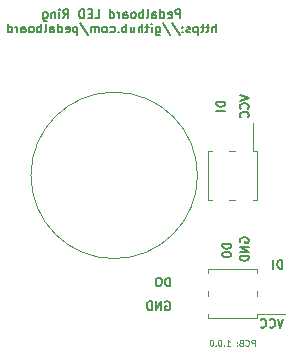
<source format=gbo>
G04 #@! TF.GenerationSoftware,KiCad,Pcbnew,7.0.5.1-1-g8f565ef7f0-dirty-deb11*
G04 #@! TF.CreationDate,2023-06-03T11:32:41+00:00*
G04 #@! TF.ProjectId,pedalboard-led-ring,70656461-6c62-46f6-9172-642d6c65642d,1.0.0*
G04 #@! TF.SameCoordinates,Original*
G04 #@! TF.FileFunction,Legend,Bot*
G04 #@! TF.FilePolarity,Positive*
%FSLAX46Y46*%
G04 Gerber Fmt 4.6, Leading zero omitted, Abs format (unit mm)*
G04 Created by KiCad (PCBNEW 7.0.5.1-1-g8f565ef7f0-dirty-deb11) date 2023-06-03 11:32:41*
%MOMM*%
%LPD*%
G01*
G04 APERTURE LIST*
%ADD10C,0.100000*%
%ADD11C,0.150000*%
%ADD12C,0.125000*%
%ADD13C,0.120000*%
G04 APERTURE END LIST*
D10*
X7050000Y0D02*
G75*
G03*
X7050000Y0I-7050000J0D01*
G01*
D11*
X9400414Y6222745D02*
X8650414Y6222745D01*
X8650414Y6222745D02*
X8650414Y6044174D01*
X8650414Y6044174D02*
X8686128Y5937031D01*
X8686128Y5937031D02*
X8757557Y5865602D01*
X8757557Y5865602D02*
X8828985Y5829888D01*
X8828985Y5829888D02*
X8971842Y5794174D01*
X8971842Y5794174D02*
X9078985Y5794174D01*
X9078985Y5794174D02*
X9221842Y5829888D01*
X9221842Y5829888D02*
X9293271Y5865602D01*
X9293271Y5865602D02*
X9364700Y5937031D01*
X9364700Y5937031D02*
X9400414Y6044174D01*
X9400414Y6044174D02*
X9400414Y6222745D01*
X9400414Y5472745D02*
X8650414Y5472745D01*
X9900414Y-5777255D02*
X9150414Y-5777255D01*
X9150414Y-5777255D02*
X9150414Y-5955826D01*
X9150414Y-5955826D02*
X9186128Y-6062969D01*
X9186128Y-6062969D02*
X9257557Y-6134398D01*
X9257557Y-6134398D02*
X9328985Y-6170112D01*
X9328985Y-6170112D02*
X9471842Y-6205826D01*
X9471842Y-6205826D02*
X9578985Y-6205826D01*
X9578985Y-6205826D02*
X9721842Y-6170112D01*
X9721842Y-6170112D02*
X9793271Y-6134398D01*
X9793271Y-6134398D02*
X9864700Y-6062969D01*
X9864700Y-6062969D02*
X9900414Y-5955826D01*
X9900414Y-5955826D02*
X9900414Y-5777255D01*
X9150414Y-6670112D02*
X9150414Y-6741541D01*
X9150414Y-6741541D02*
X9186128Y-6812969D01*
X9186128Y-6812969D02*
X9221842Y-6848684D01*
X9221842Y-6848684D02*
X9293271Y-6884398D01*
X9293271Y-6884398D02*
X9436128Y-6920112D01*
X9436128Y-6920112D02*
X9614700Y-6920112D01*
X9614700Y-6920112D02*
X9757557Y-6884398D01*
X9757557Y-6884398D02*
X9828985Y-6848684D01*
X9828985Y-6848684D02*
X9864700Y-6812969D01*
X9864700Y-6812969D02*
X9900414Y-6741541D01*
X9900414Y-6741541D02*
X9900414Y-6670112D01*
X9900414Y-6670112D02*
X9864700Y-6598684D01*
X9864700Y-6598684D02*
X9828985Y-6562969D01*
X9828985Y-6562969D02*
X9757557Y-6527255D01*
X9757557Y-6527255D02*
X9614700Y-6491541D01*
X9614700Y-6491541D02*
X9436128Y-6491541D01*
X9436128Y-6491541D02*
X9293271Y-6527255D01*
X9293271Y-6527255D02*
X9221842Y-6562969D01*
X9221842Y-6562969D02*
X9186128Y-6598684D01*
X9186128Y-6598684D02*
X9150414Y-6670112D01*
X14329887Y-12150414D02*
X14079887Y-12900414D01*
X14079887Y-12900414D02*
X13829887Y-12150414D01*
X13151316Y-12828985D02*
X13187030Y-12864700D01*
X13187030Y-12864700D02*
X13294173Y-12900414D01*
X13294173Y-12900414D02*
X13365601Y-12900414D01*
X13365601Y-12900414D02*
X13472744Y-12864700D01*
X13472744Y-12864700D02*
X13544173Y-12793271D01*
X13544173Y-12793271D02*
X13579887Y-12721842D01*
X13579887Y-12721842D02*
X13615601Y-12578985D01*
X13615601Y-12578985D02*
X13615601Y-12471842D01*
X13615601Y-12471842D02*
X13579887Y-12328985D01*
X13579887Y-12328985D02*
X13544173Y-12257557D01*
X13544173Y-12257557D02*
X13472744Y-12186128D01*
X13472744Y-12186128D02*
X13365601Y-12150414D01*
X13365601Y-12150414D02*
X13294173Y-12150414D01*
X13294173Y-12150414D02*
X13187030Y-12186128D01*
X13187030Y-12186128D02*
X13151316Y-12221842D01*
X12401316Y-12828985D02*
X12437030Y-12864700D01*
X12437030Y-12864700D02*
X12544173Y-12900414D01*
X12544173Y-12900414D02*
X12615601Y-12900414D01*
X12615601Y-12900414D02*
X12722744Y-12864700D01*
X12722744Y-12864700D02*
X12794173Y-12793271D01*
X12794173Y-12793271D02*
X12829887Y-12721842D01*
X12829887Y-12721842D02*
X12865601Y-12578985D01*
X12865601Y-12578985D02*
X12865601Y-12471842D01*
X12865601Y-12471842D02*
X12829887Y-12328985D01*
X12829887Y-12328985D02*
X12794173Y-12257557D01*
X12794173Y-12257557D02*
X12722744Y-12186128D01*
X12722744Y-12186128D02*
X12615601Y-12150414D01*
X12615601Y-12150414D02*
X12544173Y-12150414D01*
X12544173Y-12150414D02*
X12437030Y-12186128D01*
X12437030Y-12186128D02*
X12401316Y-12221842D01*
X10686128Y-5670112D02*
X10650414Y-5598684D01*
X10650414Y-5598684D02*
X10650414Y-5491541D01*
X10650414Y-5491541D02*
X10686128Y-5384398D01*
X10686128Y-5384398D02*
X10757557Y-5312969D01*
X10757557Y-5312969D02*
X10828985Y-5277255D01*
X10828985Y-5277255D02*
X10971842Y-5241541D01*
X10971842Y-5241541D02*
X11078985Y-5241541D01*
X11078985Y-5241541D02*
X11221842Y-5277255D01*
X11221842Y-5277255D02*
X11293271Y-5312969D01*
X11293271Y-5312969D02*
X11364700Y-5384398D01*
X11364700Y-5384398D02*
X11400414Y-5491541D01*
X11400414Y-5491541D02*
X11400414Y-5562969D01*
X11400414Y-5562969D02*
X11364700Y-5670112D01*
X11364700Y-5670112D02*
X11328985Y-5705826D01*
X11328985Y-5705826D02*
X11078985Y-5705826D01*
X11078985Y-5705826D02*
X11078985Y-5562969D01*
X11400414Y-6027255D02*
X10650414Y-6027255D01*
X10650414Y-6027255D02*
X11400414Y-6455826D01*
X11400414Y-6455826D02*
X10650414Y-6455826D01*
X11400414Y-6812969D02*
X10650414Y-6812969D01*
X10650414Y-6812969D02*
X10650414Y-6991540D01*
X10650414Y-6991540D02*
X10686128Y-7098683D01*
X10686128Y-7098683D02*
X10757557Y-7170112D01*
X10757557Y-7170112D02*
X10828985Y-7205826D01*
X10828985Y-7205826D02*
X10971842Y-7241540D01*
X10971842Y-7241540D02*
X11078985Y-7241540D01*
X11078985Y-7241540D02*
X11221842Y-7205826D01*
X11221842Y-7205826D02*
X11293271Y-7170112D01*
X11293271Y-7170112D02*
X11364700Y-7098683D01*
X11364700Y-7098683D02*
X11400414Y-6991540D01*
X11400414Y-6991540D02*
X11400414Y-6812969D01*
X4329887Y-10686128D02*
X4401316Y-10650414D01*
X4401316Y-10650414D02*
X4508458Y-10650414D01*
X4508458Y-10650414D02*
X4615601Y-10686128D01*
X4615601Y-10686128D02*
X4687030Y-10757557D01*
X4687030Y-10757557D02*
X4722744Y-10828985D01*
X4722744Y-10828985D02*
X4758458Y-10971842D01*
X4758458Y-10971842D02*
X4758458Y-11078985D01*
X4758458Y-11078985D02*
X4722744Y-11221842D01*
X4722744Y-11221842D02*
X4687030Y-11293271D01*
X4687030Y-11293271D02*
X4615601Y-11364700D01*
X4615601Y-11364700D02*
X4508458Y-11400414D01*
X4508458Y-11400414D02*
X4437030Y-11400414D01*
X4437030Y-11400414D02*
X4329887Y-11364700D01*
X4329887Y-11364700D02*
X4294173Y-11328985D01*
X4294173Y-11328985D02*
X4294173Y-11078985D01*
X4294173Y-11078985D02*
X4437030Y-11078985D01*
X3972744Y-11400414D02*
X3972744Y-10650414D01*
X3972744Y-10650414D02*
X3544173Y-11400414D01*
X3544173Y-11400414D02*
X3544173Y-10650414D01*
X3187030Y-11400414D02*
X3187030Y-10650414D01*
X3187030Y-10650414D02*
X3008459Y-10650414D01*
X3008459Y-10650414D02*
X2901316Y-10686128D01*
X2901316Y-10686128D02*
X2829887Y-10757557D01*
X2829887Y-10757557D02*
X2794173Y-10828985D01*
X2794173Y-10828985D02*
X2758459Y-10971842D01*
X2758459Y-10971842D02*
X2758459Y-11078985D01*
X2758459Y-11078985D02*
X2794173Y-11221842D01*
X2794173Y-11221842D02*
X2829887Y-11293271D01*
X2829887Y-11293271D02*
X2901316Y-11364700D01*
X2901316Y-11364700D02*
X3008459Y-11400414D01*
X3008459Y-11400414D02*
X3187030Y-11400414D01*
X14222744Y-7900414D02*
X14222744Y-7150414D01*
X14222744Y-7150414D02*
X14044173Y-7150414D01*
X14044173Y-7150414D02*
X13937030Y-7186128D01*
X13937030Y-7186128D02*
X13865601Y-7257557D01*
X13865601Y-7257557D02*
X13829887Y-7328985D01*
X13829887Y-7328985D02*
X13794173Y-7471842D01*
X13794173Y-7471842D02*
X13794173Y-7578985D01*
X13794173Y-7578985D02*
X13829887Y-7721842D01*
X13829887Y-7721842D02*
X13865601Y-7793271D01*
X13865601Y-7793271D02*
X13937030Y-7864700D01*
X13937030Y-7864700D02*
X14044173Y-7900414D01*
X14044173Y-7900414D02*
X14222744Y-7900414D01*
X13472744Y-7900414D02*
X13472744Y-7150414D01*
X10650414Y6829888D02*
X11400414Y6579888D01*
X11400414Y6579888D02*
X10650414Y6329888D01*
X11328985Y5651317D02*
X11364700Y5687031D01*
X11364700Y5687031D02*
X11400414Y5794174D01*
X11400414Y5794174D02*
X11400414Y5865602D01*
X11400414Y5865602D02*
X11364700Y5972745D01*
X11364700Y5972745D02*
X11293271Y6044174D01*
X11293271Y6044174D02*
X11221842Y6079888D01*
X11221842Y6079888D02*
X11078985Y6115602D01*
X11078985Y6115602D02*
X10971842Y6115602D01*
X10971842Y6115602D02*
X10828985Y6079888D01*
X10828985Y6079888D02*
X10757557Y6044174D01*
X10757557Y6044174D02*
X10686128Y5972745D01*
X10686128Y5972745D02*
X10650414Y5865602D01*
X10650414Y5865602D02*
X10650414Y5794174D01*
X10650414Y5794174D02*
X10686128Y5687031D01*
X10686128Y5687031D02*
X10721842Y5651317D01*
X11328985Y4901317D02*
X11364700Y4937031D01*
X11364700Y4937031D02*
X11400414Y5044174D01*
X11400414Y5044174D02*
X11400414Y5115602D01*
X11400414Y5115602D02*
X11364700Y5222745D01*
X11364700Y5222745D02*
X11293271Y5294174D01*
X11293271Y5294174D02*
X11221842Y5329888D01*
X11221842Y5329888D02*
X11078985Y5365602D01*
X11078985Y5365602D02*
X10971842Y5365602D01*
X10971842Y5365602D02*
X10828985Y5329888D01*
X10828985Y5329888D02*
X10757557Y5294174D01*
X10757557Y5294174D02*
X10686128Y5222745D01*
X10686128Y5222745D02*
X10650414Y5115602D01*
X10650414Y5115602D02*
X10650414Y5044174D01*
X10650414Y5044174D02*
X10686128Y4937031D01*
X10686128Y4937031D02*
X10721842Y4901317D01*
D12*
X11892855Y-14432309D02*
X11892855Y-13932309D01*
X11892855Y-13932309D02*
X11702379Y-13932309D01*
X11702379Y-13932309D02*
X11654760Y-13956119D01*
X11654760Y-13956119D02*
X11630950Y-13979928D01*
X11630950Y-13979928D02*
X11607141Y-14027547D01*
X11607141Y-14027547D02*
X11607141Y-14098976D01*
X11607141Y-14098976D02*
X11630950Y-14146595D01*
X11630950Y-14146595D02*
X11654760Y-14170404D01*
X11654760Y-14170404D02*
X11702379Y-14194214D01*
X11702379Y-14194214D02*
X11892855Y-14194214D01*
X11107141Y-14384690D02*
X11130950Y-14408500D01*
X11130950Y-14408500D02*
X11202379Y-14432309D01*
X11202379Y-14432309D02*
X11249998Y-14432309D01*
X11249998Y-14432309D02*
X11321426Y-14408500D01*
X11321426Y-14408500D02*
X11369045Y-14360880D01*
X11369045Y-14360880D02*
X11392855Y-14313261D01*
X11392855Y-14313261D02*
X11416664Y-14218023D01*
X11416664Y-14218023D02*
X11416664Y-14146595D01*
X11416664Y-14146595D02*
X11392855Y-14051357D01*
X11392855Y-14051357D02*
X11369045Y-14003738D01*
X11369045Y-14003738D02*
X11321426Y-13956119D01*
X11321426Y-13956119D02*
X11249998Y-13932309D01*
X11249998Y-13932309D02*
X11202379Y-13932309D01*
X11202379Y-13932309D02*
X11130950Y-13956119D01*
X11130950Y-13956119D02*
X11107141Y-13979928D01*
X10726188Y-14170404D02*
X10654760Y-14194214D01*
X10654760Y-14194214D02*
X10630950Y-14218023D01*
X10630950Y-14218023D02*
X10607141Y-14265642D01*
X10607141Y-14265642D02*
X10607141Y-14337071D01*
X10607141Y-14337071D02*
X10630950Y-14384690D01*
X10630950Y-14384690D02*
X10654760Y-14408500D01*
X10654760Y-14408500D02*
X10702379Y-14432309D01*
X10702379Y-14432309D02*
X10892855Y-14432309D01*
X10892855Y-14432309D02*
X10892855Y-13932309D01*
X10892855Y-13932309D02*
X10726188Y-13932309D01*
X10726188Y-13932309D02*
X10678569Y-13956119D01*
X10678569Y-13956119D02*
X10654760Y-13979928D01*
X10654760Y-13979928D02*
X10630950Y-14027547D01*
X10630950Y-14027547D02*
X10630950Y-14075166D01*
X10630950Y-14075166D02*
X10654760Y-14122785D01*
X10654760Y-14122785D02*
X10678569Y-14146595D01*
X10678569Y-14146595D02*
X10726188Y-14170404D01*
X10726188Y-14170404D02*
X10892855Y-14170404D01*
X10392855Y-14384690D02*
X10369045Y-14408500D01*
X10369045Y-14408500D02*
X10392855Y-14432309D01*
X10392855Y-14432309D02*
X10416664Y-14408500D01*
X10416664Y-14408500D02*
X10392855Y-14384690D01*
X10392855Y-14384690D02*
X10392855Y-14432309D01*
X10392855Y-14122785D02*
X10369045Y-14146595D01*
X10369045Y-14146595D02*
X10392855Y-14170404D01*
X10392855Y-14170404D02*
X10416664Y-14146595D01*
X10416664Y-14146595D02*
X10392855Y-14122785D01*
X10392855Y-14122785D02*
X10392855Y-14170404D01*
X9511903Y-14432309D02*
X9797617Y-14432309D01*
X9654760Y-14432309D02*
X9654760Y-13932309D01*
X9654760Y-13932309D02*
X9702379Y-14003738D01*
X9702379Y-14003738D02*
X9749998Y-14051357D01*
X9749998Y-14051357D02*
X9797617Y-14075166D01*
X9297618Y-14384690D02*
X9273808Y-14408500D01*
X9273808Y-14408500D02*
X9297618Y-14432309D01*
X9297618Y-14432309D02*
X9321427Y-14408500D01*
X9321427Y-14408500D02*
X9297618Y-14384690D01*
X9297618Y-14384690D02*
X9297618Y-14432309D01*
X8964285Y-13932309D02*
X8916666Y-13932309D01*
X8916666Y-13932309D02*
X8869047Y-13956119D01*
X8869047Y-13956119D02*
X8845237Y-13979928D01*
X8845237Y-13979928D02*
X8821428Y-14027547D01*
X8821428Y-14027547D02*
X8797618Y-14122785D01*
X8797618Y-14122785D02*
X8797618Y-14241833D01*
X8797618Y-14241833D02*
X8821428Y-14337071D01*
X8821428Y-14337071D02*
X8845237Y-14384690D01*
X8845237Y-14384690D02*
X8869047Y-14408500D01*
X8869047Y-14408500D02*
X8916666Y-14432309D01*
X8916666Y-14432309D02*
X8964285Y-14432309D01*
X8964285Y-14432309D02*
X9011904Y-14408500D01*
X9011904Y-14408500D02*
X9035713Y-14384690D01*
X9035713Y-14384690D02*
X9059523Y-14337071D01*
X9059523Y-14337071D02*
X9083332Y-14241833D01*
X9083332Y-14241833D02*
X9083332Y-14122785D01*
X9083332Y-14122785D02*
X9059523Y-14027547D01*
X9059523Y-14027547D02*
X9035713Y-13979928D01*
X9035713Y-13979928D02*
X9011904Y-13956119D01*
X9011904Y-13956119D02*
X8964285Y-13932309D01*
X8583333Y-14384690D02*
X8559523Y-14408500D01*
X8559523Y-14408500D02*
X8583333Y-14432309D01*
X8583333Y-14432309D02*
X8607142Y-14408500D01*
X8607142Y-14408500D02*
X8583333Y-14384690D01*
X8583333Y-14384690D02*
X8583333Y-14432309D01*
X8250000Y-13932309D02*
X8202381Y-13932309D01*
X8202381Y-13932309D02*
X8154762Y-13956119D01*
X8154762Y-13956119D02*
X8130952Y-13979928D01*
X8130952Y-13979928D02*
X8107143Y-14027547D01*
X8107143Y-14027547D02*
X8083333Y-14122785D01*
X8083333Y-14122785D02*
X8083333Y-14241833D01*
X8083333Y-14241833D02*
X8107143Y-14337071D01*
X8107143Y-14337071D02*
X8130952Y-14384690D01*
X8130952Y-14384690D02*
X8154762Y-14408500D01*
X8154762Y-14408500D02*
X8202381Y-14432309D01*
X8202381Y-14432309D02*
X8250000Y-14432309D01*
X8250000Y-14432309D02*
X8297619Y-14408500D01*
X8297619Y-14408500D02*
X8321428Y-14384690D01*
X8321428Y-14384690D02*
X8345238Y-14337071D01*
X8345238Y-14337071D02*
X8369047Y-14241833D01*
X8369047Y-14241833D02*
X8369047Y-14122785D01*
X8369047Y-14122785D02*
X8345238Y-14027547D01*
X8345238Y-14027547D02*
X8321428Y-13979928D01*
X8321428Y-13979928D02*
X8297619Y-13956119D01*
X8297619Y-13956119D02*
X8250000Y-13932309D01*
D11*
X4722744Y-9400414D02*
X4722744Y-8650414D01*
X4722744Y-8650414D02*
X4544173Y-8650414D01*
X4544173Y-8650414D02*
X4437030Y-8686128D01*
X4437030Y-8686128D02*
X4365601Y-8757557D01*
X4365601Y-8757557D02*
X4329887Y-8828985D01*
X4329887Y-8828985D02*
X4294173Y-8971842D01*
X4294173Y-8971842D02*
X4294173Y-9078985D01*
X4294173Y-9078985D02*
X4329887Y-9221842D01*
X4329887Y-9221842D02*
X4365601Y-9293271D01*
X4365601Y-9293271D02*
X4437030Y-9364700D01*
X4437030Y-9364700D02*
X4544173Y-9400414D01*
X4544173Y-9400414D02*
X4722744Y-9400414D01*
X3829887Y-8650414D02*
X3687030Y-8650414D01*
X3687030Y-8650414D02*
X3615601Y-8686128D01*
X3615601Y-8686128D02*
X3544173Y-8757557D01*
X3544173Y-8757557D02*
X3508458Y-8900414D01*
X3508458Y-8900414D02*
X3508458Y-9150414D01*
X3508458Y-9150414D02*
X3544173Y-9293271D01*
X3544173Y-9293271D02*
X3615601Y-9364700D01*
X3615601Y-9364700D02*
X3687030Y-9400414D01*
X3687030Y-9400414D02*
X3829887Y-9400414D01*
X3829887Y-9400414D02*
X3901316Y-9364700D01*
X3901316Y-9364700D02*
X3972744Y-9293271D01*
X3972744Y-9293271D02*
X4008458Y-9150414D01*
X4008458Y-9150414D02*
X4008458Y-8900414D01*
X4008458Y-8900414D02*
X3972744Y-8757557D01*
X3972744Y-8757557D02*
X3901316Y-8686128D01*
X3901316Y-8686128D02*
X3829887Y-8650414D01*
X5603569Y13307086D02*
X5603569Y14057086D01*
X5603569Y14057086D02*
X5317855Y14057086D01*
X5317855Y14057086D02*
X5246426Y14021372D01*
X5246426Y14021372D02*
X5210712Y13985658D01*
X5210712Y13985658D02*
X5174998Y13914229D01*
X5174998Y13914229D02*
X5174998Y13807086D01*
X5174998Y13807086D02*
X5210712Y13735658D01*
X5210712Y13735658D02*
X5246426Y13699943D01*
X5246426Y13699943D02*
X5317855Y13664229D01*
X5317855Y13664229D02*
X5603569Y13664229D01*
X4567855Y13342800D02*
X4639283Y13307086D01*
X4639283Y13307086D02*
X4782141Y13307086D01*
X4782141Y13307086D02*
X4853569Y13342800D01*
X4853569Y13342800D02*
X4889283Y13414229D01*
X4889283Y13414229D02*
X4889283Y13699943D01*
X4889283Y13699943D02*
X4853569Y13771372D01*
X4853569Y13771372D02*
X4782141Y13807086D01*
X4782141Y13807086D02*
X4639283Y13807086D01*
X4639283Y13807086D02*
X4567855Y13771372D01*
X4567855Y13771372D02*
X4532141Y13699943D01*
X4532141Y13699943D02*
X4532141Y13628515D01*
X4532141Y13628515D02*
X4889283Y13557086D01*
X3889284Y13307086D02*
X3889284Y14057086D01*
X3889284Y13342800D02*
X3960712Y13307086D01*
X3960712Y13307086D02*
X4103569Y13307086D01*
X4103569Y13307086D02*
X4174998Y13342800D01*
X4174998Y13342800D02*
X4210712Y13378515D01*
X4210712Y13378515D02*
X4246426Y13449943D01*
X4246426Y13449943D02*
X4246426Y13664229D01*
X4246426Y13664229D02*
X4210712Y13735658D01*
X4210712Y13735658D02*
X4174998Y13771372D01*
X4174998Y13771372D02*
X4103569Y13807086D01*
X4103569Y13807086D02*
X3960712Y13807086D01*
X3960712Y13807086D02*
X3889284Y13771372D01*
X3210713Y13307086D02*
X3210713Y13699943D01*
X3210713Y13699943D02*
X3246427Y13771372D01*
X3246427Y13771372D02*
X3317855Y13807086D01*
X3317855Y13807086D02*
X3460713Y13807086D01*
X3460713Y13807086D02*
X3532141Y13771372D01*
X3210713Y13342800D02*
X3282141Y13307086D01*
X3282141Y13307086D02*
X3460713Y13307086D01*
X3460713Y13307086D02*
X3532141Y13342800D01*
X3532141Y13342800D02*
X3567855Y13414229D01*
X3567855Y13414229D02*
X3567855Y13485658D01*
X3567855Y13485658D02*
X3532141Y13557086D01*
X3532141Y13557086D02*
X3460713Y13592800D01*
X3460713Y13592800D02*
X3282141Y13592800D01*
X3282141Y13592800D02*
X3210713Y13628515D01*
X2746427Y13307086D02*
X2817856Y13342800D01*
X2817856Y13342800D02*
X2853570Y13414229D01*
X2853570Y13414229D02*
X2853570Y14057086D01*
X2460713Y13307086D02*
X2460713Y14057086D01*
X2460713Y13771372D02*
X2389285Y13807086D01*
X2389285Y13807086D02*
X2246427Y13807086D01*
X2246427Y13807086D02*
X2174999Y13771372D01*
X2174999Y13771372D02*
X2139285Y13735658D01*
X2139285Y13735658D02*
X2103570Y13664229D01*
X2103570Y13664229D02*
X2103570Y13449943D01*
X2103570Y13449943D02*
X2139285Y13378515D01*
X2139285Y13378515D02*
X2174999Y13342800D01*
X2174999Y13342800D02*
X2246427Y13307086D01*
X2246427Y13307086D02*
X2389285Y13307086D01*
X2389285Y13307086D02*
X2460713Y13342800D01*
X1674999Y13307086D02*
X1746428Y13342800D01*
X1746428Y13342800D02*
X1782142Y13378515D01*
X1782142Y13378515D02*
X1817856Y13449943D01*
X1817856Y13449943D02*
X1817856Y13664229D01*
X1817856Y13664229D02*
X1782142Y13735658D01*
X1782142Y13735658D02*
X1746428Y13771372D01*
X1746428Y13771372D02*
X1674999Y13807086D01*
X1674999Y13807086D02*
X1567856Y13807086D01*
X1567856Y13807086D02*
X1496428Y13771372D01*
X1496428Y13771372D02*
X1460714Y13735658D01*
X1460714Y13735658D02*
X1424999Y13664229D01*
X1424999Y13664229D02*
X1424999Y13449943D01*
X1424999Y13449943D02*
X1460714Y13378515D01*
X1460714Y13378515D02*
X1496428Y13342800D01*
X1496428Y13342800D02*
X1567856Y13307086D01*
X1567856Y13307086D02*
X1674999Y13307086D01*
X782143Y13307086D02*
X782143Y13699943D01*
X782143Y13699943D02*
X817857Y13771372D01*
X817857Y13771372D02*
X889285Y13807086D01*
X889285Y13807086D02*
X1032143Y13807086D01*
X1032143Y13807086D02*
X1103571Y13771372D01*
X782143Y13342800D02*
X853571Y13307086D01*
X853571Y13307086D02*
X1032143Y13307086D01*
X1032143Y13307086D02*
X1103571Y13342800D01*
X1103571Y13342800D02*
X1139285Y13414229D01*
X1139285Y13414229D02*
X1139285Y13485658D01*
X1139285Y13485658D02*
X1103571Y13557086D01*
X1103571Y13557086D02*
X1032143Y13592800D01*
X1032143Y13592800D02*
X853571Y13592800D01*
X853571Y13592800D02*
X782143Y13628515D01*
X425000Y13307086D02*
X425000Y13807086D01*
X425000Y13664229D02*
X389286Y13735658D01*
X389286Y13735658D02*
X353572Y13771372D01*
X353572Y13771372D02*
X282143Y13807086D01*
X282143Y13807086D02*
X210714Y13807086D01*
X-360714Y13307086D02*
X-360714Y14057086D01*
X-360714Y13342800D02*
X-289286Y13307086D01*
X-289286Y13307086D02*
X-146429Y13307086D01*
X-146429Y13307086D02*
X-75000Y13342800D01*
X-75000Y13342800D02*
X-39286Y13378515D01*
X-39286Y13378515D02*
X-3572Y13449943D01*
X-3572Y13449943D02*
X-3572Y13664229D01*
X-3572Y13664229D02*
X-39286Y13735658D01*
X-39286Y13735658D02*
X-75000Y13771372D01*
X-75000Y13771372D02*
X-146429Y13807086D01*
X-146429Y13807086D02*
X-289286Y13807086D01*
X-289286Y13807086D02*
X-360714Y13771372D01*
X-1646429Y13307086D02*
X-1289286Y13307086D01*
X-1289286Y13307086D02*
X-1289286Y14057086D01*
X-1896429Y13699943D02*
X-2146429Y13699943D01*
X-2253572Y13307086D02*
X-1896429Y13307086D01*
X-1896429Y13307086D02*
X-1896429Y14057086D01*
X-1896429Y14057086D02*
X-2253572Y14057086D01*
X-2575000Y13307086D02*
X-2575000Y14057086D01*
X-2575000Y14057086D02*
X-2753571Y14057086D01*
X-2753571Y14057086D02*
X-2860714Y14021372D01*
X-2860714Y14021372D02*
X-2932143Y13949943D01*
X-2932143Y13949943D02*
X-2967857Y13878515D01*
X-2967857Y13878515D02*
X-3003571Y13735658D01*
X-3003571Y13735658D02*
X-3003571Y13628515D01*
X-3003571Y13628515D02*
X-2967857Y13485658D01*
X-2967857Y13485658D02*
X-2932143Y13414229D01*
X-2932143Y13414229D02*
X-2860714Y13342800D01*
X-2860714Y13342800D02*
X-2753571Y13307086D01*
X-2753571Y13307086D02*
X-2575000Y13307086D01*
X-4325000Y13307086D02*
X-4075000Y13664229D01*
X-3896429Y13307086D02*
X-3896429Y14057086D01*
X-3896429Y14057086D02*
X-4182143Y14057086D01*
X-4182143Y14057086D02*
X-4253572Y14021372D01*
X-4253572Y14021372D02*
X-4289286Y13985658D01*
X-4289286Y13985658D02*
X-4325000Y13914229D01*
X-4325000Y13914229D02*
X-4325000Y13807086D01*
X-4325000Y13807086D02*
X-4289286Y13735658D01*
X-4289286Y13735658D02*
X-4253572Y13699943D01*
X-4253572Y13699943D02*
X-4182143Y13664229D01*
X-4182143Y13664229D02*
X-3896429Y13664229D01*
X-4646429Y13307086D02*
X-4646429Y13807086D01*
X-4646429Y14057086D02*
X-4610715Y14021372D01*
X-4610715Y14021372D02*
X-4646429Y13985658D01*
X-4646429Y13985658D02*
X-4682143Y14021372D01*
X-4682143Y14021372D02*
X-4646429Y14057086D01*
X-4646429Y14057086D02*
X-4646429Y13985658D01*
X-5003572Y13807086D02*
X-5003572Y13307086D01*
X-5003572Y13735658D02*
X-5039286Y13771372D01*
X-5039286Y13771372D02*
X-5110715Y13807086D01*
X-5110715Y13807086D02*
X-5217858Y13807086D01*
X-5217858Y13807086D02*
X-5289286Y13771372D01*
X-5289286Y13771372D02*
X-5325000Y13699943D01*
X-5325000Y13699943D02*
X-5325000Y13307086D01*
X-6003571Y13807086D02*
X-6003571Y13199943D01*
X-6003571Y13199943D02*
X-5967857Y13128515D01*
X-5967857Y13128515D02*
X-5932143Y13092800D01*
X-5932143Y13092800D02*
X-5860714Y13057086D01*
X-5860714Y13057086D02*
X-5753571Y13057086D01*
X-5753571Y13057086D02*
X-5682143Y13092800D01*
X-6003571Y13342800D02*
X-5932143Y13307086D01*
X-5932143Y13307086D02*
X-5789286Y13307086D01*
X-5789286Y13307086D02*
X-5717857Y13342800D01*
X-5717857Y13342800D02*
X-5682143Y13378515D01*
X-5682143Y13378515D02*
X-5646429Y13449943D01*
X-5646429Y13449943D02*
X-5646429Y13664229D01*
X-5646429Y13664229D02*
X-5682143Y13735658D01*
X-5682143Y13735658D02*
X-5717857Y13771372D01*
X-5717857Y13771372D02*
X-5789286Y13807086D01*
X-5789286Y13807086D02*
X-5932143Y13807086D01*
X-5932143Y13807086D02*
X-6003571Y13771372D01*
X8603567Y12099586D02*
X8603567Y12849586D01*
X8282139Y12099586D02*
X8282139Y12492443D01*
X8282139Y12492443D02*
X8317853Y12563872D01*
X8317853Y12563872D02*
X8389281Y12599586D01*
X8389281Y12599586D02*
X8496424Y12599586D01*
X8496424Y12599586D02*
X8567853Y12563872D01*
X8567853Y12563872D02*
X8603567Y12528158D01*
X8032139Y12599586D02*
X7746425Y12599586D01*
X7924996Y12849586D02*
X7924996Y12206729D01*
X7924996Y12206729D02*
X7889282Y12135300D01*
X7889282Y12135300D02*
X7817853Y12099586D01*
X7817853Y12099586D02*
X7746425Y12099586D01*
X7603568Y12599586D02*
X7317854Y12599586D01*
X7496425Y12849586D02*
X7496425Y12206729D01*
X7496425Y12206729D02*
X7460711Y12135300D01*
X7460711Y12135300D02*
X7389282Y12099586D01*
X7389282Y12099586D02*
X7317854Y12099586D01*
X7067854Y12599586D02*
X7067854Y11849586D01*
X7067854Y12563872D02*
X6996426Y12599586D01*
X6996426Y12599586D02*
X6853568Y12599586D01*
X6853568Y12599586D02*
X6782140Y12563872D01*
X6782140Y12563872D02*
X6746426Y12528158D01*
X6746426Y12528158D02*
X6710711Y12456729D01*
X6710711Y12456729D02*
X6710711Y12242443D01*
X6710711Y12242443D02*
X6746426Y12171015D01*
X6746426Y12171015D02*
X6782140Y12135300D01*
X6782140Y12135300D02*
X6853568Y12099586D01*
X6853568Y12099586D02*
X6996426Y12099586D01*
X6996426Y12099586D02*
X7067854Y12135300D01*
X6424997Y12135300D02*
X6353569Y12099586D01*
X6353569Y12099586D02*
X6210712Y12099586D01*
X6210712Y12099586D02*
X6139283Y12135300D01*
X6139283Y12135300D02*
X6103569Y12206729D01*
X6103569Y12206729D02*
X6103569Y12242443D01*
X6103569Y12242443D02*
X6139283Y12313872D01*
X6139283Y12313872D02*
X6210712Y12349586D01*
X6210712Y12349586D02*
X6317855Y12349586D01*
X6317855Y12349586D02*
X6389283Y12385300D01*
X6389283Y12385300D02*
X6424997Y12456729D01*
X6424997Y12456729D02*
X6424997Y12492443D01*
X6424997Y12492443D02*
X6389283Y12563872D01*
X6389283Y12563872D02*
X6317855Y12599586D01*
X6317855Y12599586D02*
X6210712Y12599586D01*
X6210712Y12599586D02*
X6139283Y12563872D01*
X5782140Y12171015D02*
X5746426Y12135300D01*
X5746426Y12135300D02*
X5782140Y12099586D01*
X5782140Y12099586D02*
X5817854Y12135300D01*
X5817854Y12135300D02*
X5782140Y12171015D01*
X5782140Y12171015D02*
X5782140Y12099586D01*
X5782140Y12563872D02*
X5746426Y12528158D01*
X5746426Y12528158D02*
X5782140Y12492443D01*
X5782140Y12492443D02*
X5817854Y12528158D01*
X5817854Y12528158D02*
X5782140Y12563872D01*
X5782140Y12563872D02*
X5782140Y12492443D01*
X4889283Y12885300D02*
X5532140Y11921015D01*
X4103569Y12885300D02*
X4746426Y11921015D01*
X3532141Y12599586D02*
X3532141Y11992443D01*
X3532141Y11992443D02*
X3567855Y11921015D01*
X3567855Y11921015D02*
X3603569Y11885300D01*
X3603569Y11885300D02*
X3674998Y11849586D01*
X3674998Y11849586D02*
X3782141Y11849586D01*
X3782141Y11849586D02*
X3853569Y11885300D01*
X3532141Y12135300D02*
X3603569Y12099586D01*
X3603569Y12099586D02*
X3746426Y12099586D01*
X3746426Y12099586D02*
X3817855Y12135300D01*
X3817855Y12135300D02*
X3853569Y12171015D01*
X3853569Y12171015D02*
X3889283Y12242443D01*
X3889283Y12242443D02*
X3889283Y12456729D01*
X3889283Y12456729D02*
X3853569Y12528158D01*
X3853569Y12528158D02*
X3817855Y12563872D01*
X3817855Y12563872D02*
X3746426Y12599586D01*
X3746426Y12599586D02*
X3603569Y12599586D01*
X3603569Y12599586D02*
X3532141Y12563872D01*
X3174998Y12099586D02*
X3174998Y12599586D01*
X3174998Y12849586D02*
X3210712Y12813872D01*
X3210712Y12813872D02*
X3174998Y12778158D01*
X3174998Y12778158D02*
X3139284Y12813872D01*
X3139284Y12813872D02*
X3174998Y12849586D01*
X3174998Y12849586D02*
X3174998Y12778158D01*
X2924998Y12599586D02*
X2639284Y12599586D01*
X2817855Y12849586D02*
X2817855Y12206729D01*
X2817855Y12206729D02*
X2782141Y12135300D01*
X2782141Y12135300D02*
X2710712Y12099586D01*
X2710712Y12099586D02*
X2639284Y12099586D01*
X2389284Y12099586D02*
X2389284Y12849586D01*
X2067856Y12099586D02*
X2067856Y12492443D01*
X2067856Y12492443D02*
X2103570Y12563872D01*
X2103570Y12563872D02*
X2174998Y12599586D01*
X2174998Y12599586D02*
X2282141Y12599586D01*
X2282141Y12599586D02*
X2353570Y12563872D01*
X2353570Y12563872D02*
X2389284Y12528158D01*
X1389285Y12599586D02*
X1389285Y12099586D01*
X1710713Y12599586D02*
X1710713Y12206729D01*
X1710713Y12206729D02*
X1674999Y12135300D01*
X1674999Y12135300D02*
X1603570Y12099586D01*
X1603570Y12099586D02*
X1496427Y12099586D01*
X1496427Y12099586D02*
X1424999Y12135300D01*
X1424999Y12135300D02*
X1389285Y12171015D01*
X1032142Y12099586D02*
X1032142Y12849586D01*
X1032142Y12563872D02*
X960714Y12599586D01*
X960714Y12599586D02*
X817856Y12599586D01*
X817856Y12599586D02*
X746428Y12563872D01*
X746428Y12563872D02*
X710714Y12528158D01*
X710714Y12528158D02*
X674999Y12456729D01*
X674999Y12456729D02*
X674999Y12242443D01*
X674999Y12242443D02*
X710714Y12171015D01*
X710714Y12171015D02*
X746428Y12135300D01*
X746428Y12135300D02*
X817856Y12099586D01*
X817856Y12099586D02*
X960714Y12099586D01*
X960714Y12099586D02*
X1032142Y12135300D01*
X353571Y12171015D02*
X317857Y12135300D01*
X317857Y12135300D02*
X353571Y12099586D01*
X353571Y12099586D02*
X389285Y12135300D01*
X389285Y12135300D02*
X353571Y12171015D01*
X353571Y12171015D02*
X353571Y12099586D01*
X-325000Y12135300D02*
X-253572Y12099586D01*
X-253572Y12099586D02*
X-110715Y12099586D01*
X-110715Y12099586D02*
X-39286Y12135300D01*
X-39286Y12135300D02*
X-3572Y12171015D01*
X-3572Y12171015D02*
X32142Y12242443D01*
X32142Y12242443D02*
X32142Y12456729D01*
X32142Y12456729D02*
X-3572Y12528158D01*
X-3572Y12528158D02*
X-39286Y12563872D01*
X-39286Y12563872D02*
X-110715Y12599586D01*
X-110715Y12599586D02*
X-253572Y12599586D01*
X-253572Y12599586D02*
X-325000Y12563872D01*
X-753572Y12099586D02*
X-682143Y12135300D01*
X-682143Y12135300D02*
X-646429Y12171015D01*
X-646429Y12171015D02*
X-610715Y12242443D01*
X-610715Y12242443D02*
X-610715Y12456729D01*
X-610715Y12456729D02*
X-646429Y12528158D01*
X-646429Y12528158D02*
X-682143Y12563872D01*
X-682143Y12563872D02*
X-753572Y12599586D01*
X-753572Y12599586D02*
X-860715Y12599586D01*
X-860715Y12599586D02*
X-932143Y12563872D01*
X-932143Y12563872D02*
X-967857Y12528158D01*
X-967857Y12528158D02*
X-1003572Y12456729D01*
X-1003572Y12456729D02*
X-1003572Y12242443D01*
X-1003572Y12242443D02*
X-967857Y12171015D01*
X-967857Y12171015D02*
X-932143Y12135300D01*
X-932143Y12135300D02*
X-860715Y12099586D01*
X-860715Y12099586D02*
X-753572Y12099586D01*
X-1325000Y12099586D02*
X-1325000Y12599586D01*
X-1325000Y12528158D02*
X-1360714Y12563872D01*
X-1360714Y12563872D02*
X-1432143Y12599586D01*
X-1432143Y12599586D02*
X-1539286Y12599586D01*
X-1539286Y12599586D02*
X-1610714Y12563872D01*
X-1610714Y12563872D02*
X-1646428Y12492443D01*
X-1646428Y12492443D02*
X-1646428Y12099586D01*
X-1646428Y12492443D02*
X-1682143Y12563872D01*
X-1682143Y12563872D02*
X-1753571Y12599586D01*
X-1753571Y12599586D02*
X-1860714Y12599586D01*
X-1860714Y12599586D02*
X-1932143Y12563872D01*
X-1932143Y12563872D02*
X-1967857Y12492443D01*
X-1967857Y12492443D02*
X-1967857Y12099586D01*
X-2860714Y12885300D02*
X-2217857Y11921015D01*
X-3110714Y12599586D02*
X-3110714Y11849586D01*
X-3110714Y12563872D02*
X-3182142Y12599586D01*
X-3182142Y12599586D02*
X-3325000Y12599586D01*
X-3325000Y12599586D02*
X-3396428Y12563872D01*
X-3396428Y12563872D02*
X-3432142Y12528158D01*
X-3432142Y12528158D02*
X-3467857Y12456729D01*
X-3467857Y12456729D02*
X-3467857Y12242443D01*
X-3467857Y12242443D02*
X-3432142Y12171015D01*
X-3432142Y12171015D02*
X-3396428Y12135300D01*
X-3396428Y12135300D02*
X-3325000Y12099586D01*
X-3325000Y12099586D02*
X-3182142Y12099586D01*
X-3182142Y12099586D02*
X-3110714Y12135300D01*
X-4074999Y12135300D02*
X-4003571Y12099586D01*
X-4003571Y12099586D02*
X-3860713Y12099586D01*
X-3860713Y12099586D02*
X-3789285Y12135300D01*
X-3789285Y12135300D02*
X-3753571Y12206729D01*
X-3753571Y12206729D02*
X-3753571Y12492443D01*
X-3753571Y12492443D02*
X-3789285Y12563872D01*
X-3789285Y12563872D02*
X-3860713Y12599586D01*
X-3860713Y12599586D02*
X-4003571Y12599586D01*
X-4003571Y12599586D02*
X-4074999Y12563872D01*
X-4074999Y12563872D02*
X-4110713Y12492443D01*
X-4110713Y12492443D02*
X-4110713Y12421015D01*
X-4110713Y12421015D02*
X-3753571Y12349586D01*
X-4753570Y12099586D02*
X-4753570Y12849586D01*
X-4753570Y12135300D02*
X-4682142Y12099586D01*
X-4682142Y12099586D02*
X-4539285Y12099586D01*
X-4539285Y12099586D02*
X-4467856Y12135300D01*
X-4467856Y12135300D02*
X-4432142Y12171015D01*
X-4432142Y12171015D02*
X-4396428Y12242443D01*
X-4396428Y12242443D02*
X-4396428Y12456729D01*
X-4396428Y12456729D02*
X-4432142Y12528158D01*
X-4432142Y12528158D02*
X-4467856Y12563872D01*
X-4467856Y12563872D02*
X-4539285Y12599586D01*
X-4539285Y12599586D02*
X-4682142Y12599586D01*
X-4682142Y12599586D02*
X-4753570Y12563872D01*
X-5432141Y12099586D02*
X-5432141Y12492443D01*
X-5432141Y12492443D02*
X-5396427Y12563872D01*
X-5396427Y12563872D02*
X-5324999Y12599586D01*
X-5324999Y12599586D02*
X-5182141Y12599586D01*
X-5182141Y12599586D02*
X-5110713Y12563872D01*
X-5432141Y12135300D02*
X-5360713Y12099586D01*
X-5360713Y12099586D02*
X-5182141Y12099586D01*
X-5182141Y12099586D02*
X-5110713Y12135300D01*
X-5110713Y12135300D02*
X-5074999Y12206729D01*
X-5074999Y12206729D02*
X-5074999Y12278158D01*
X-5074999Y12278158D02*
X-5110713Y12349586D01*
X-5110713Y12349586D02*
X-5182141Y12385300D01*
X-5182141Y12385300D02*
X-5360713Y12385300D01*
X-5360713Y12385300D02*
X-5432141Y12421015D01*
X-5896427Y12099586D02*
X-5824998Y12135300D01*
X-5824998Y12135300D02*
X-5789284Y12206729D01*
X-5789284Y12206729D02*
X-5789284Y12849586D01*
X-6182141Y12099586D02*
X-6182141Y12849586D01*
X-6182141Y12563872D02*
X-6253569Y12599586D01*
X-6253569Y12599586D02*
X-6396427Y12599586D01*
X-6396427Y12599586D02*
X-6467855Y12563872D01*
X-6467855Y12563872D02*
X-6503569Y12528158D01*
X-6503569Y12528158D02*
X-6539284Y12456729D01*
X-6539284Y12456729D02*
X-6539284Y12242443D01*
X-6539284Y12242443D02*
X-6503569Y12171015D01*
X-6503569Y12171015D02*
X-6467855Y12135300D01*
X-6467855Y12135300D02*
X-6396427Y12099586D01*
X-6396427Y12099586D02*
X-6253569Y12099586D01*
X-6253569Y12099586D02*
X-6182141Y12135300D01*
X-6967855Y12099586D02*
X-6896426Y12135300D01*
X-6896426Y12135300D02*
X-6860712Y12171015D01*
X-6860712Y12171015D02*
X-6824998Y12242443D01*
X-6824998Y12242443D02*
X-6824998Y12456729D01*
X-6824998Y12456729D02*
X-6860712Y12528158D01*
X-6860712Y12528158D02*
X-6896426Y12563872D01*
X-6896426Y12563872D02*
X-6967855Y12599586D01*
X-6967855Y12599586D02*
X-7074998Y12599586D01*
X-7074998Y12599586D02*
X-7146426Y12563872D01*
X-7146426Y12563872D02*
X-7182140Y12528158D01*
X-7182140Y12528158D02*
X-7217855Y12456729D01*
X-7217855Y12456729D02*
X-7217855Y12242443D01*
X-7217855Y12242443D02*
X-7182140Y12171015D01*
X-7182140Y12171015D02*
X-7146426Y12135300D01*
X-7146426Y12135300D02*
X-7074998Y12099586D01*
X-7074998Y12099586D02*
X-6967855Y12099586D01*
X-7860711Y12099586D02*
X-7860711Y12492443D01*
X-7860711Y12492443D02*
X-7824997Y12563872D01*
X-7824997Y12563872D02*
X-7753569Y12599586D01*
X-7753569Y12599586D02*
X-7610711Y12599586D01*
X-7610711Y12599586D02*
X-7539283Y12563872D01*
X-7860711Y12135300D02*
X-7789283Y12099586D01*
X-7789283Y12099586D02*
X-7610711Y12099586D01*
X-7610711Y12099586D02*
X-7539283Y12135300D01*
X-7539283Y12135300D02*
X-7503569Y12206729D01*
X-7503569Y12206729D02*
X-7503569Y12278158D01*
X-7503569Y12278158D02*
X-7539283Y12349586D01*
X-7539283Y12349586D02*
X-7610711Y12385300D01*
X-7610711Y12385300D02*
X-7789283Y12385300D01*
X-7789283Y12385300D02*
X-7860711Y12421015D01*
X-8217854Y12099586D02*
X-8217854Y12599586D01*
X-8217854Y12456729D02*
X-8253568Y12528158D01*
X-8253568Y12528158D02*
X-8289282Y12563872D01*
X-8289282Y12563872D02*
X-8360711Y12599586D01*
X-8360711Y12599586D02*
X-8432140Y12599586D01*
X-9003568Y12099586D02*
X-9003568Y12849586D01*
X-9003568Y12135300D02*
X-8932140Y12099586D01*
X-8932140Y12099586D02*
X-8789283Y12099586D01*
X-8789283Y12099586D02*
X-8717854Y12135300D01*
X-8717854Y12135300D02*
X-8682140Y12171015D01*
X-8682140Y12171015D02*
X-8646426Y12242443D01*
X-8646426Y12242443D02*
X-8646426Y12456729D01*
X-8646426Y12456729D02*
X-8682140Y12528158D01*
X-8682140Y12528158D02*
X-8717854Y12563872D01*
X-8717854Y12563872D02*
X-8789283Y12599586D01*
X-8789283Y12599586D02*
X-8932140Y12599586D01*
X-8932140Y12599586D02*
X-9003568Y12563872D01*
D13*
X7940000Y-2060000D02*
X7940000Y2060000D01*
X8240000Y-2060000D02*
X7940000Y-2060000D01*
X10240000Y-2060000D02*
X9760000Y-2060000D01*
X12060000Y-2060000D02*
X11760000Y-2060000D01*
X12060000Y-2060000D02*
X12060000Y2060000D01*
X8240000Y2060000D02*
X7940000Y2060000D01*
X10240000Y2060000D02*
X9760000Y2060000D01*
X11760000Y2060000D02*
X11760000Y4440000D01*
X12060000Y2060000D02*
X11760000Y2060000D01*
X7940000Y-7940000D02*
X12060000Y-7940000D01*
X7940000Y-8240000D02*
X7940000Y-7940000D01*
X7940000Y-10240000D02*
X7940000Y-9760000D01*
X7940000Y-12060000D02*
X7940000Y-11760000D01*
X7940000Y-12060000D02*
X12060000Y-12060000D01*
X12060000Y-8240000D02*
X12060000Y-7940000D01*
X12060000Y-10240000D02*
X12060000Y-9760000D01*
X12060000Y-11760000D02*
X14440000Y-11760000D01*
X12060000Y-12060000D02*
X12060000Y-11760000D01*
M02*

</source>
